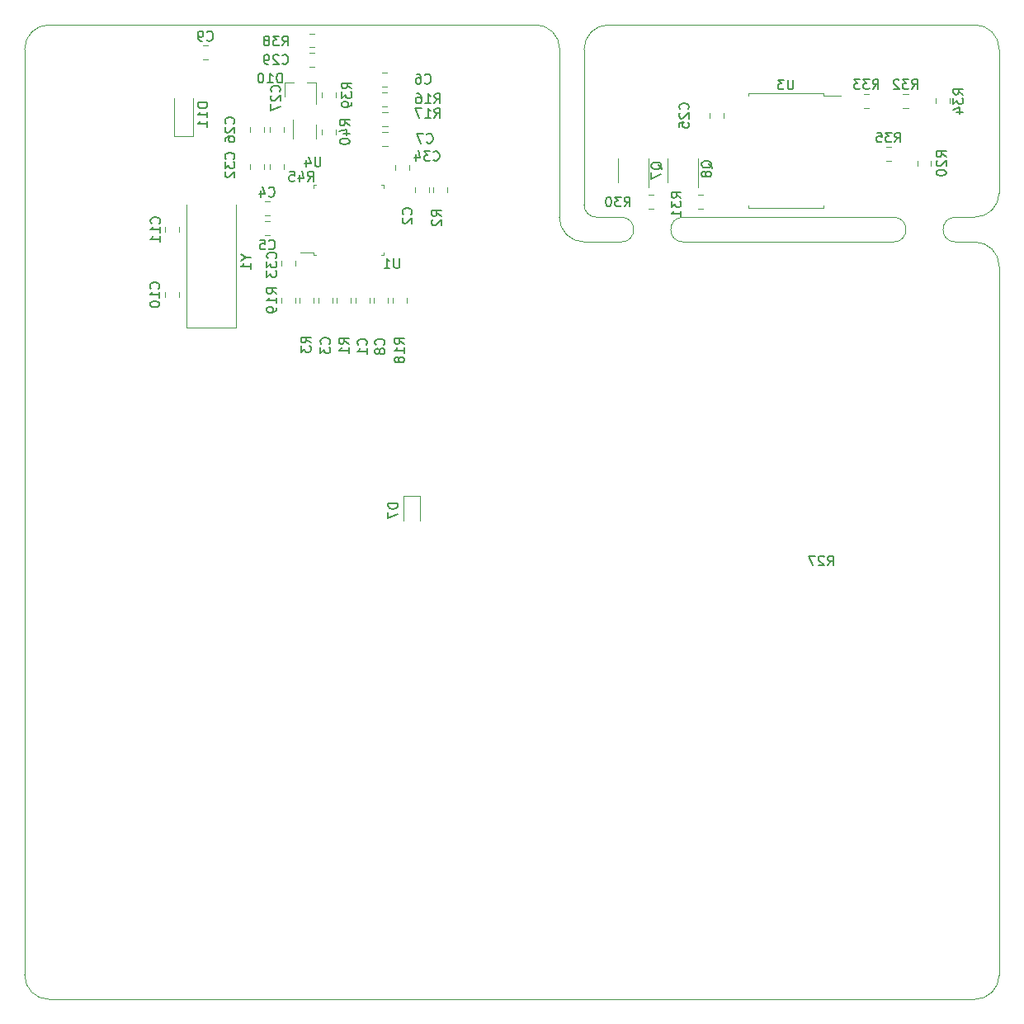
<source format=gbr>
G04 #@! TF.GenerationSoftware,KiCad,Pcbnew,(5.1.5)-3*
G04 #@! TF.CreationDate,2021-01-10T10:04:47+00:00*
G04 #@! TF.ProjectId,Ebike_Controller,4562696b-655f-4436-9f6e-74726f6c6c65,rev?*
G04 #@! TF.SameCoordinates,Original*
G04 #@! TF.FileFunction,Legend,Bot*
G04 #@! TF.FilePolarity,Positive*
%FSLAX46Y46*%
G04 Gerber Fmt 4.6, Leading zero omitted, Abs format (unit mm)*
G04 Created by KiCad (PCBNEW (5.1.5)-3) date 2021-01-10 10:04:47*
%MOMM*%
%LPD*%
G04 APERTURE LIST*
%ADD10C,0.050000*%
%ADD11C,0.120000*%
%ADD12C,0.150000*%
G04 APERTURE END LIST*
D10*
X102910000Y-61500000D02*
X102870000Y-78740000D01*
X100410000Y-59000000D02*
G75*
G02X102910000Y-61500000I0J-2500000D01*
G01*
X105410000Y-61500000D02*
G75*
G02X107910000Y-59000000I2500000J0D01*
G01*
X145500000Y-59000000D02*
G75*
G02X148000000Y-61500000I0J-2500000D01*
G01*
X148000000Y-76240000D02*
G75*
G02X145500000Y-78740000I-2500000J0D01*
G01*
X145500000Y-81280000D02*
G75*
G02X148000000Y-83780000I0J-2500000D01*
G01*
X148000000Y-156500000D02*
G75*
G02X145500000Y-159000000I-2500000J0D01*
G01*
X50500000Y-159000000D02*
G75*
G02X48000000Y-156500000I0J2500000D01*
G01*
X48000000Y-61500000D02*
G75*
G02X50500000Y-59000000I2500000J0D01*
G01*
X143510000Y-81280000D02*
X145500000Y-81280000D01*
X143510000Y-78740000D02*
X145500000Y-78740000D01*
X143510000Y-81280000D02*
G75*
G02X143510000Y-78740000I0J1270000D01*
G01*
X137160000Y-78740000D02*
G75*
G02X137160000Y-81280000I0J-1270000D01*
G01*
X109220000Y-78740000D02*
G75*
G02X109220000Y-81280000I0J-1270000D01*
G01*
X105410000Y-81280000D02*
X109220000Y-81280000D01*
X106680000Y-78740000D02*
X109220000Y-78740000D01*
X106680000Y-78740000D02*
G75*
G02X105410000Y-77470000I0J1270000D01*
G01*
X105410000Y-81280000D02*
G75*
G02X102870000Y-78740000I0J2540000D01*
G01*
X105410000Y-61500000D02*
X105410000Y-77470000D01*
X107910000Y-59000000D02*
X145500000Y-59000000D01*
X115570000Y-81280000D02*
X137160000Y-81280000D01*
X115570000Y-81280000D02*
G75*
G02X115570000Y-78740000I0J1270000D01*
G01*
X137160000Y-78740000D02*
X115570000Y-78740000D01*
X148000000Y-83780000D02*
X148000000Y-156500000D01*
X148000000Y-61500000D02*
X148000000Y-76240000D01*
X48000000Y-156500000D02*
X48000000Y-61500000D01*
X145500000Y-159000000D02*
X50500000Y-159000000D01*
X50500000Y-59000000D02*
X100410000Y-59000000D01*
D11*
X65300000Y-70450000D02*
X65300000Y-66550000D01*
X63300000Y-70450000D02*
X63300000Y-66550000D01*
X65300000Y-70450000D02*
X63300000Y-70450000D01*
X89962000Y-76212252D02*
X89962000Y-75689748D01*
X91382000Y-76212252D02*
X91382000Y-75689748D01*
X71166000Y-73799252D02*
X71166000Y-73276748D01*
X72586000Y-73799252D02*
X72586000Y-73276748D01*
X86025000Y-73917252D02*
X86025000Y-73394748D01*
X87445000Y-73917252D02*
X87445000Y-73394748D01*
X74341000Y-83182748D02*
X74341000Y-83705252D01*
X75761000Y-83182748D02*
X75761000Y-83705252D01*
X73153252Y-80589000D02*
X72630748Y-80589000D01*
X73153252Y-79169000D02*
X72630748Y-79169000D01*
X85286000Y-86992748D02*
X85286000Y-87515252D01*
X83866000Y-86992748D02*
X83866000Y-87515252D01*
X84704748Y-70025000D02*
X85227252Y-70025000D01*
X84704748Y-71445000D02*
X85227252Y-71445000D01*
X84695748Y-63929000D02*
X85218252Y-63929000D01*
X84695748Y-65349000D02*
X85218252Y-65349000D01*
X83381000Y-86992748D02*
X83381000Y-87515252D01*
X81961000Y-86992748D02*
X81961000Y-87515252D01*
X74618000Y-73276748D02*
X74618000Y-73799252D01*
X73198000Y-73276748D02*
X73198000Y-73799252D01*
X64627000Y-90058800D02*
X64627000Y-77458800D01*
X69727000Y-90058800D02*
X64627000Y-90058800D01*
X69727000Y-77458800D02*
X69727000Y-90058800D01*
X77862000Y-69273000D02*
X77862000Y-70673000D01*
X75542000Y-70673000D02*
X75542000Y-68773000D01*
X129960000Y-66260000D02*
X131775000Y-66260000D01*
X129960000Y-66015000D02*
X129960000Y-66260000D01*
X126100000Y-66015000D02*
X129960000Y-66015000D01*
X122240000Y-66015000D02*
X122240000Y-66260000D01*
X126100000Y-66015000D02*
X122240000Y-66015000D01*
X129960000Y-77785000D02*
X129960000Y-77540000D01*
X126100000Y-77785000D02*
X129960000Y-77785000D01*
X122240000Y-77785000D02*
X122240000Y-77540000D01*
X126100000Y-77785000D02*
X122240000Y-77785000D01*
X77627800Y-82347600D02*
X76312800Y-82347600D01*
X77627800Y-82647600D02*
X77627800Y-82347600D01*
X77927800Y-82647600D02*
X77627800Y-82647600D01*
X84847800Y-82647600D02*
X84847800Y-82347600D01*
X84547800Y-82647600D02*
X84847800Y-82647600D01*
X77627800Y-75427600D02*
X77627800Y-75727600D01*
X77927800Y-75427600D02*
X77627800Y-75427600D01*
X84847800Y-75427600D02*
X84847800Y-75727600D01*
X84547800Y-75427600D02*
X84847800Y-75427600D01*
X78532000Y-70243252D02*
X78532000Y-69720748D01*
X79952000Y-70243252D02*
X79952000Y-69720748D01*
X79952000Y-65901748D02*
X79952000Y-66424252D01*
X78532000Y-65901748D02*
X78532000Y-66424252D01*
X77725252Y-61310000D02*
X77202748Y-61310000D01*
X77725252Y-59890000D02*
X77202748Y-59890000D01*
X136911252Y-72960000D02*
X136388748Y-72960000D01*
X136911252Y-71540000D02*
X136388748Y-71540000D01*
X141490000Y-67061252D02*
X141490000Y-66538748D01*
X142910000Y-67061252D02*
X142910000Y-66538748D01*
X134636252Y-67510000D02*
X134113748Y-67510000D01*
X134636252Y-66090000D02*
X134113748Y-66090000D01*
X138661252Y-67510000D02*
X138138748Y-67510000D01*
X138661252Y-66090000D02*
X138138748Y-66090000D01*
X117088748Y-76440000D02*
X117611252Y-76440000D01*
X117088748Y-77860000D02*
X117611252Y-77860000D01*
X112038748Y-76440000D02*
X112561252Y-76440000D01*
X112038748Y-77860000D02*
X112561252Y-77860000D01*
X141010000Y-72938748D02*
X141010000Y-73461252D01*
X139590000Y-72938748D02*
X139590000Y-73461252D01*
X75761000Y-86992748D02*
X75761000Y-87515252D01*
X74341000Y-86992748D02*
X74341000Y-87515252D01*
X85771000Y-87515252D02*
X85771000Y-86992748D01*
X87191000Y-87515252D02*
X87191000Y-86992748D01*
X85227252Y-69413000D02*
X84704748Y-69413000D01*
X85227252Y-67993000D02*
X84704748Y-67993000D01*
X85209252Y-67381000D02*
X84686748Y-67381000D01*
X85209252Y-65961000D02*
X84686748Y-65961000D01*
X77666000Y-86992748D02*
X77666000Y-87515252D01*
X76246000Y-86992748D02*
X76246000Y-87515252D01*
X81476000Y-86992748D02*
X81476000Y-87515252D01*
X80056000Y-86992748D02*
X80056000Y-87515252D01*
X117080000Y-72750000D02*
X117080000Y-75700000D01*
X113980000Y-75150000D02*
X113980000Y-72750000D01*
X112030000Y-72750000D02*
X112030000Y-75700000D01*
X108930000Y-75150000D02*
X108930000Y-72750000D01*
X74720000Y-64940000D02*
X74720000Y-66400000D01*
X77880000Y-64940000D02*
X77880000Y-67100000D01*
X77880000Y-64940000D02*
X76950000Y-64940000D01*
X74720000Y-64940000D02*
X75650000Y-64940000D01*
X86837500Y-107335000D02*
X86837500Y-109885000D01*
X88537500Y-107335000D02*
X88537500Y-109885000D01*
X86837500Y-107335000D02*
X88537500Y-107335000D01*
X77211748Y-61890000D02*
X77734252Y-61890000D01*
X77211748Y-63310000D02*
X77734252Y-63310000D01*
X73198000Y-70026078D02*
X73198000Y-69508922D01*
X74618000Y-70026078D02*
X74618000Y-69508922D01*
X71166000Y-70026078D02*
X71166000Y-69508922D01*
X72586000Y-70026078D02*
X72586000Y-69508922D01*
X118290000Y-68561252D02*
X118290000Y-68038748D01*
X119710000Y-68561252D02*
X119710000Y-68038748D01*
X63823000Y-79749722D02*
X63823000Y-80266878D01*
X62403000Y-79749722D02*
X62403000Y-80266878D01*
X62403000Y-86947078D02*
X62403000Y-86429922D01*
X63823000Y-86947078D02*
X63823000Y-86429922D01*
X66800578Y-62555000D02*
X66283422Y-62555000D01*
X66800578Y-61135000D02*
X66283422Y-61135000D01*
X73144252Y-78557000D02*
X72621748Y-78557000D01*
X73144252Y-77137000D02*
X72621748Y-77137000D01*
X79571000Y-86992748D02*
X79571000Y-87515252D01*
X78151000Y-86992748D02*
X78151000Y-87515252D01*
X88057000Y-76212252D02*
X88057000Y-75689748D01*
X89477000Y-76212252D02*
X89477000Y-75689748D01*
D12*
X66752380Y-66985714D02*
X65752380Y-66985714D01*
X65752380Y-67223809D01*
X65800000Y-67366666D01*
X65895238Y-67461904D01*
X65990476Y-67509523D01*
X66180952Y-67557142D01*
X66323809Y-67557142D01*
X66514285Y-67509523D01*
X66609523Y-67461904D01*
X66704761Y-67366666D01*
X66752380Y-67223809D01*
X66752380Y-66985714D01*
X66752380Y-68509523D02*
X66752380Y-67938095D01*
X66752380Y-68223809D02*
X65752380Y-68223809D01*
X65895238Y-68128571D01*
X65990476Y-68033333D01*
X66038095Y-67938095D01*
X66752380Y-69461904D02*
X66752380Y-68890476D01*
X66752380Y-69176190D02*
X65752380Y-69176190D01*
X65895238Y-69080952D01*
X65990476Y-68985714D01*
X66038095Y-68890476D01*
X90752380Y-78633333D02*
X90276190Y-78300000D01*
X90752380Y-78061904D02*
X89752380Y-78061904D01*
X89752380Y-78442857D01*
X89800000Y-78538095D01*
X89847619Y-78585714D01*
X89942857Y-78633333D01*
X90085714Y-78633333D01*
X90180952Y-78585714D01*
X90228571Y-78538095D01*
X90276190Y-78442857D01*
X90276190Y-78061904D01*
X89847619Y-79014285D02*
X89800000Y-79061904D01*
X89752380Y-79157142D01*
X89752380Y-79395238D01*
X89800000Y-79490476D01*
X89847619Y-79538095D01*
X89942857Y-79585714D01*
X90038095Y-79585714D01*
X90180952Y-79538095D01*
X90752380Y-78966666D01*
X90752380Y-79585714D01*
X69457142Y-72757142D02*
X69504761Y-72709523D01*
X69552380Y-72566666D01*
X69552380Y-72471428D01*
X69504761Y-72328571D01*
X69409523Y-72233333D01*
X69314285Y-72185714D01*
X69123809Y-72138095D01*
X68980952Y-72138095D01*
X68790476Y-72185714D01*
X68695238Y-72233333D01*
X68600000Y-72328571D01*
X68552380Y-72471428D01*
X68552380Y-72566666D01*
X68600000Y-72709523D01*
X68647619Y-72757142D01*
X68552380Y-73090476D02*
X68552380Y-73709523D01*
X68933333Y-73376190D01*
X68933333Y-73519047D01*
X68980952Y-73614285D01*
X69028571Y-73661904D01*
X69123809Y-73709523D01*
X69361904Y-73709523D01*
X69457142Y-73661904D01*
X69504761Y-73614285D01*
X69552380Y-73519047D01*
X69552380Y-73233333D01*
X69504761Y-73138095D01*
X69457142Y-73090476D01*
X68647619Y-74090476D02*
X68600000Y-74138095D01*
X68552380Y-74233333D01*
X68552380Y-74471428D01*
X68600000Y-74566666D01*
X68647619Y-74614285D01*
X68742857Y-74661904D01*
X68838095Y-74661904D01*
X68980952Y-74614285D01*
X69552380Y-74042857D01*
X69552380Y-74661904D01*
X130404357Y-114494380D02*
X130737690Y-114018190D01*
X130975785Y-114494380D02*
X130975785Y-113494380D01*
X130594833Y-113494380D01*
X130499595Y-113542000D01*
X130451976Y-113589619D01*
X130404357Y-113684857D01*
X130404357Y-113827714D01*
X130451976Y-113922952D01*
X130499595Y-113970571D01*
X130594833Y-114018190D01*
X130975785Y-114018190D01*
X130023404Y-113589619D02*
X129975785Y-113542000D01*
X129880547Y-113494380D01*
X129642452Y-113494380D01*
X129547214Y-113542000D01*
X129499595Y-113589619D01*
X129451976Y-113684857D01*
X129451976Y-113780095D01*
X129499595Y-113922952D01*
X130071023Y-114494380D01*
X129451976Y-114494380D01*
X129118642Y-113494380D02*
X128451976Y-113494380D01*
X128880547Y-114494380D01*
X89942857Y-72857142D02*
X89990476Y-72904761D01*
X90133333Y-72952380D01*
X90228571Y-72952380D01*
X90371428Y-72904761D01*
X90466666Y-72809523D01*
X90514285Y-72714285D01*
X90561904Y-72523809D01*
X90561904Y-72380952D01*
X90514285Y-72190476D01*
X90466666Y-72095238D01*
X90371428Y-72000000D01*
X90228571Y-71952380D01*
X90133333Y-71952380D01*
X89990476Y-72000000D01*
X89942857Y-72047619D01*
X89609523Y-71952380D02*
X88990476Y-71952380D01*
X89323809Y-72333333D01*
X89180952Y-72333333D01*
X89085714Y-72380952D01*
X89038095Y-72428571D01*
X88990476Y-72523809D01*
X88990476Y-72761904D01*
X89038095Y-72857142D01*
X89085714Y-72904761D01*
X89180952Y-72952380D01*
X89466666Y-72952380D01*
X89561904Y-72904761D01*
X89609523Y-72857142D01*
X88133333Y-72285714D02*
X88133333Y-72952380D01*
X88371428Y-71904761D02*
X88609523Y-72619047D01*
X87990476Y-72619047D01*
X73757142Y-82957142D02*
X73804761Y-82909523D01*
X73852380Y-82766666D01*
X73852380Y-82671428D01*
X73804761Y-82528571D01*
X73709523Y-82433333D01*
X73614285Y-82385714D01*
X73423809Y-82338095D01*
X73280952Y-82338095D01*
X73090476Y-82385714D01*
X72995238Y-82433333D01*
X72900000Y-82528571D01*
X72852380Y-82671428D01*
X72852380Y-82766666D01*
X72900000Y-82909523D01*
X72947619Y-82957142D01*
X72852380Y-83290476D02*
X72852380Y-83909523D01*
X73233333Y-83576190D01*
X73233333Y-83719047D01*
X73280952Y-83814285D01*
X73328571Y-83861904D01*
X73423809Y-83909523D01*
X73661904Y-83909523D01*
X73757142Y-83861904D01*
X73804761Y-83814285D01*
X73852380Y-83719047D01*
X73852380Y-83433333D01*
X73804761Y-83338095D01*
X73757142Y-83290476D01*
X72852380Y-84242857D02*
X72852380Y-84861904D01*
X73233333Y-84528571D01*
X73233333Y-84671428D01*
X73280952Y-84766666D01*
X73328571Y-84814285D01*
X73423809Y-84861904D01*
X73661904Y-84861904D01*
X73757142Y-84814285D01*
X73804761Y-84766666D01*
X73852380Y-84671428D01*
X73852380Y-84385714D01*
X73804761Y-84290476D01*
X73757142Y-84242857D01*
X73066666Y-81957142D02*
X73114285Y-82004761D01*
X73257142Y-82052380D01*
X73352380Y-82052380D01*
X73495238Y-82004761D01*
X73590476Y-81909523D01*
X73638095Y-81814285D01*
X73685714Y-81623809D01*
X73685714Y-81480952D01*
X73638095Y-81290476D01*
X73590476Y-81195238D01*
X73495238Y-81100000D01*
X73352380Y-81052380D01*
X73257142Y-81052380D01*
X73114285Y-81100000D01*
X73066666Y-81147619D01*
X72161904Y-81052380D02*
X72638095Y-81052380D01*
X72685714Y-81528571D01*
X72638095Y-81480952D01*
X72542857Y-81433333D01*
X72304761Y-81433333D01*
X72209523Y-81480952D01*
X72161904Y-81528571D01*
X72114285Y-81623809D01*
X72114285Y-81861904D01*
X72161904Y-81957142D01*
X72209523Y-82004761D01*
X72304761Y-82052380D01*
X72542857Y-82052380D01*
X72638095Y-82004761D01*
X72685714Y-81957142D01*
X84857142Y-91833333D02*
X84904761Y-91785714D01*
X84952380Y-91642857D01*
X84952380Y-91547619D01*
X84904761Y-91404761D01*
X84809523Y-91309523D01*
X84714285Y-91261904D01*
X84523809Y-91214285D01*
X84380952Y-91214285D01*
X84190476Y-91261904D01*
X84095238Y-91309523D01*
X84000000Y-91404761D01*
X83952380Y-91547619D01*
X83952380Y-91642857D01*
X84000000Y-91785714D01*
X84047619Y-91833333D01*
X84380952Y-92404761D02*
X84333333Y-92309523D01*
X84285714Y-92261904D01*
X84190476Y-92214285D01*
X84142857Y-92214285D01*
X84047619Y-92261904D01*
X84000000Y-92309523D01*
X83952380Y-92404761D01*
X83952380Y-92595238D01*
X84000000Y-92690476D01*
X84047619Y-92738095D01*
X84142857Y-92785714D01*
X84190476Y-92785714D01*
X84285714Y-92738095D01*
X84333333Y-92690476D01*
X84380952Y-92595238D01*
X84380952Y-92404761D01*
X84428571Y-92309523D01*
X84476190Y-92261904D01*
X84571428Y-92214285D01*
X84761904Y-92214285D01*
X84857142Y-92261904D01*
X84904761Y-92309523D01*
X84952380Y-92404761D01*
X84952380Y-92595238D01*
X84904761Y-92690476D01*
X84857142Y-92738095D01*
X84761904Y-92785714D01*
X84571428Y-92785714D01*
X84476190Y-92738095D01*
X84428571Y-92690476D01*
X84380952Y-92595238D01*
X89266666Y-71057142D02*
X89314285Y-71104761D01*
X89457142Y-71152380D01*
X89552380Y-71152380D01*
X89695238Y-71104761D01*
X89790476Y-71009523D01*
X89838095Y-70914285D01*
X89885714Y-70723809D01*
X89885714Y-70580952D01*
X89838095Y-70390476D01*
X89790476Y-70295238D01*
X89695238Y-70200000D01*
X89552380Y-70152380D01*
X89457142Y-70152380D01*
X89314285Y-70200000D01*
X89266666Y-70247619D01*
X88933333Y-70152380D02*
X88266666Y-70152380D01*
X88695238Y-71152380D01*
X89066666Y-64957142D02*
X89114285Y-65004761D01*
X89257142Y-65052380D01*
X89352380Y-65052380D01*
X89495238Y-65004761D01*
X89590476Y-64909523D01*
X89638095Y-64814285D01*
X89685714Y-64623809D01*
X89685714Y-64480952D01*
X89638095Y-64290476D01*
X89590476Y-64195238D01*
X89495238Y-64100000D01*
X89352380Y-64052380D01*
X89257142Y-64052380D01*
X89114285Y-64100000D01*
X89066666Y-64147619D01*
X88209523Y-64052380D02*
X88400000Y-64052380D01*
X88495238Y-64100000D01*
X88542857Y-64147619D01*
X88638095Y-64290476D01*
X88685714Y-64480952D01*
X88685714Y-64861904D01*
X88638095Y-64957142D01*
X88590476Y-65004761D01*
X88495238Y-65052380D01*
X88304761Y-65052380D01*
X88209523Y-65004761D01*
X88161904Y-64957142D01*
X88114285Y-64861904D01*
X88114285Y-64623809D01*
X88161904Y-64528571D01*
X88209523Y-64480952D01*
X88304761Y-64433333D01*
X88495238Y-64433333D01*
X88590476Y-64480952D01*
X88638095Y-64528571D01*
X88685714Y-64623809D01*
X83057142Y-91833333D02*
X83104761Y-91785714D01*
X83152380Y-91642857D01*
X83152380Y-91547619D01*
X83104761Y-91404761D01*
X83009523Y-91309523D01*
X82914285Y-91261904D01*
X82723809Y-91214285D01*
X82580952Y-91214285D01*
X82390476Y-91261904D01*
X82295238Y-91309523D01*
X82200000Y-91404761D01*
X82152380Y-91547619D01*
X82152380Y-91642857D01*
X82200000Y-91785714D01*
X82247619Y-91833333D01*
X83152380Y-92785714D02*
X83152380Y-92214285D01*
X83152380Y-92500000D02*
X82152380Y-92500000D01*
X82295238Y-92404761D01*
X82390476Y-92309523D01*
X82438095Y-92214285D01*
X77042857Y-75052380D02*
X77376190Y-74576190D01*
X77614285Y-75052380D02*
X77614285Y-74052380D01*
X77233333Y-74052380D01*
X77138095Y-74100000D01*
X77090476Y-74147619D01*
X77042857Y-74242857D01*
X77042857Y-74385714D01*
X77090476Y-74480952D01*
X77138095Y-74528571D01*
X77233333Y-74576190D01*
X77614285Y-74576190D01*
X76185714Y-74385714D02*
X76185714Y-75052380D01*
X76423809Y-74004761D02*
X76661904Y-74719047D01*
X76042857Y-74719047D01*
X75185714Y-74052380D02*
X75661904Y-74052380D01*
X75709523Y-74528571D01*
X75661904Y-74480952D01*
X75566666Y-74433333D01*
X75328571Y-74433333D01*
X75233333Y-74480952D01*
X75185714Y-74528571D01*
X75138095Y-74623809D01*
X75138095Y-74861904D01*
X75185714Y-74957142D01*
X75233333Y-75004761D01*
X75328571Y-75052380D01*
X75566666Y-75052380D01*
X75661904Y-75004761D01*
X75709523Y-74957142D01*
X70703190Y-82882609D02*
X71179380Y-82882609D01*
X70179380Y-82549276D02*
X70703190Y-82882609D01*
X70179380Y-83215942D01*
X71179380Y-84073085D02*
X71179380Y-83501657D01*
X71179380Y-83787371D02*
X70179380Y-83787371D01*
X70322238Y-83692133D01*
X70417476Y-83596895D01*
X70465095Y-83501657D01*
X78361904Y-72552380D02*
X78361904Y-73361904D01*
X78314285Y-73457142D01*
X78266666Y-73504761D01*
X78171428Y-73552380D01*
X77980952Y-73552380D01*
X77885714Y-73504761D01*
X77838095Y-73457142D01*
X77790476Y-73361904D01*
X77790476Y-72552380D01*
X76885714Y-72885714D02*
X76885714Y-73552380D01*
X77123809Y-72504761D02*
X77361904Y-73219047D01*
X76742857Y-73219047D01*
X126861904Y-64632380D02*
X126861904Y-65441904D01*
X126814285Y-65537142D01*
X126766666Y-65584761D01*
X126671428Y-65632380D01*
X126480952Y-65632380D01*
X126385714Y-65584761D01*
X126338095Y-65537142D01*
X126290476Y-65441904D01*
X126290476Y-64632380D01*
X125909523Y-64632380D02*
X125290476Y-64632380D01*
X125623809Y-65013333D01*
X125480952Y-65013333D01*
X125385714Y-65060952D01*
X125338095Y-65108571D01*
X125290476Y-65203809D01*
X125290476Y-65441904D01*
X125338095Y-65537142D01*
X125385714Y-65584761D01*
X125480952Y-65632380D01*
X125766666Y-65632380D01*
X125861904Y-65584761D01*
X125909523Y-65537142D01*
X86461904Y-82952380D02*
X86461904Y-83761904D01*
X86414285Y-83857142D01*
X86366666Y-83904761D01*
X86271428Y-83952380D01*
X86080952Y-83952380D01*
X85985714Y-83904761D01*
X85938095Y-83857142D01*
X85890476Y-83761904D01*
X85890476Y-82952380D01*
X84890476Y-83952380D02*
X85461904Y-83952380D01*
X85176190Y-83952380D02*
X85176190Y-82952380D01*
X85271428Y-83095238D01*
X85366666Y-83190476D01*
X85461904Y-83238095D01*
X81344380Y-69339142D02*
X80868190Y-69005809D01*
X81344380Y-68767714D02*
X80344380Y-68767714D01*
X80344380Y-69148666D01*
X80392000Y-69243904D01*
X80439619Y-69291523D01*
X80534857Y-69339142D01*
X80677714Y-69339142D01*
X80772952Y-69291523D01*
X80820571Y-69243904D01*
X80868190Y-69148666D01*
X80868190Y-68767714D01*
X80677714Y-70196285D02*
X81344380Y-70196285D01*
X80296761Y-69958190D02*
X81011047Y-69720095D01*
X81011047Y-70339142D01*
X80344380Y-70910571D02*
X80344380Y-71005809D01*
X80392000Y-71101047D01*
X80439619Y-71148666D01*
X80534857Y-71196285D01*
X80725333Y-71243904D01*
X80963428Y-71243904D01*
X81153904Y-71196285D01*
X81249142Y-71148666D01*
X81296761Y-71101047D01*
X81344380Y-71005809D01*
X81344380Y-70910571D01*
X81296761Y-70815333D01*
X81249142Y-70767714D01*
X81153904Y-70720095D01*
X80963428Y-70672476D01*
X80725333Y-70672476D01*
X80534857Y-70720095D01*
X80439619Y-70767714D01*
X80392000Y-70815333D01*
X80344380Y-70910571D01*
X81552380Y-65557142D02*
X81076190Y-65223809D01*
X81552380Y-64985714D02*
X80552380Y-64985714D01*
X80552380Y-65366666D01*
X80600000Y-65461904D01*
X80647619Y-65509523D01*
X80742857Y-65557142D01*
X80885714Y-65557142D01*
X80980952Y-65509523D01*
X81028571Y-65461904D01*
X81076190Y-65366666D01*
X81076190Y-64985714D01*
X80552380Y-65890476D02*
X80552380Y-66509523D01*
X80933333Y-66176190D01*
X80933333Y-66319047D01*
X80980952Y-66414285D01*
X81028571Y-66461904D01*
X81123809Y-66509523D01*
X81361904Y-66509523D01*
X81457142Y-66461904D01*
X81504761Y-66414285D01*
X81552380Y-66319047D01*
X81552380Y-66033333D01*
X81504761Y-65938095D01*
X81457142Y-65890476D01*
X81552380Y-66985714D02*
X81552380Y-67176190D01*
X81504761Y-67271428D01*
X81457142Y-67319047D01*
X81314285Y-67414285D01*
X81123809Y-67461904D01*
X80742857Y-67461904D01*
X80647619Y-67414285D01*
X80600000Y-67366666D01*
X80552380Y-67271428D01*
X80552380Y-67080952D01*
X80600000Y-66985714D01*
X80647619Y-66938095D01*
X80742857Y-66890476D01*
X80980952Y-66890476D01*
X81076190Y-66938095D01*
X81123809Y-66985714D01*
X81171428Y-67080952D01*
X81171428Y-67271428D01*
X81123809Y-67366666D01*
X81076190Y-67414285D01*
X80980952Y-67461904D01*
X74442857Y-61152380D02*
X74776190Y-60676190D01*
X75014285Y-61152380D02*
X75014285Y-60152380D01*
X74633333Y-60152380D01*
X74538095Y-60200000D01*
X74490476Y-60247619D01*
X74442857Y-60342857D01*
X74442857Y-60485714D01*
X74490476Y-60580952D01*
X74538095Y-60628571D01*
X74633333Y-60676190D01*
X75014285Y-60676190D01*
X74109523Y-60152380D02*
X73490476Y-60152380D01*
X73823809Y-60533333D01*
X73680952Y-60533333D01*
X73585714Y-60580952D01*
X73538095Y-60628571D01*
X73490476Y-60723809D01*
X73490476Y-60961904D01*
X73538095Y-61057142D01*
X73585714Y-61104761D01*
X73680952Y-61152380D01*
X73966666Y-61152380D01*
X74061904Y-61104761D01*
X74109523Y-61057142D01*
X72919047Y-60580952D02*
X73014285Y-60533333D01*
X73061904Y-60485714D01*
X73109523Y-60390476D01*
X73109523Y-60342857D01*
X73061904Y-60247619D01*
X73014285Y-60200000D01*
X72919047Y-60152380D01*
X72728571Y-60152380D01*
X72633333Y-60200000D01*
X72585714Y-60247619D01*
X72538095Y-60342857D01*
X72538095Y-60390476D01*
X72585714Y-60485714D01*
X72633333Y-60533333D01*
X72728571Y-60580952D01*
X72919047Y-60580952D01*
X73014285Y-60628571D01*
X73061904Y-60676190D01*
X73109523Y-60771428D01*
X73109523Y-60961904D01*
X73061904Y-61057142D01*
X73014285Y-61104761D01*
X72919047Y-61152380D01*
X72728571Y-61152380D01*
X72633333Y-61104761D01*
X72585714Y-61057142D01*
X72538095Y-60961904D01*
X72538095Y-60771428D01*
X72585714Y-60676190D01*
X72633333Y-60628571D01*
X72728571Y-60580952D01*
X137292857Y-71052380D02*
X137626190Y-70576190D01*
X137864285Y-71052380D02*
X137864285Y-70052380D01*
X137483333Y-70052380D01*
X137388095Y-70100000D01*
X137340476Y-70147619D01*
X137292857Y-70242857D01*
X137292857Y-70385714D01*
X137340476Y-70480952D01*
X137388095Y-70528571D01*
X137483333Y-70576190D01*
X137864285Y-70576190D01*
X136959523Y-70052380D02*
X136340476Y-70052380D01*
X136673809Y-70433333D01*
X136530952Y-70433333D01*
X136435714Y-70480952D01*
X136388095Y-70528571D01*
X136340476Y-70623809D01*
X136340476Y-70861904D01*
X136388095Y-70957142D01*
X136435714Y-71004761D01*
X136530952Y-71052380D01*
X136816666Y-71052380D01*
X136911904Y-71004761D01*
X136959523Y-70957142D01*
X135435714Y-70052380D02*
X135911904Y-70052380D01*
X135959523Y-70528571D01*
X135911904Y-70480952D01*
X135816666Y-70433333D01*
X135578571Y-70433333D01*
X135483333Y-70480952D01*
X135435714Y-70528571D01*
X135388095Y-70623809D01*
X135388095Y-70861904D01*
X135435714Y-70957142D01*
X135483333Y-71004761D01*
X135578571Y-71052380D01*
X135816666Y-71052380D01*
X135911904Y-71004761D01*
X135959523Y-70957142D01*
X144302380Y-66157142D02*
X143826190Y-65823809D01*
X144302380Y-65585714D02*
X143302380Y-65585714D01*
X143302380Y-65966666D01*
X143350000Y-66061904D01*
X143397619Y-66109523D01*
X143492857Y-66157142D01*
X143635714Y-66157142D01*
X143730952Y-66109523D01*
X143778571Y-66061904D01*
X143826190Y-65966666D01*
X143826190Y-65585714D01*
X143302380Y-66490476D02*
X143302380Y-67109523D01*
X143683333Y-66776190D01*
X143683333Y-66919047D01*
X143730952Y-67014285D01*
X143778571Y-67061904D01*
X143873809Y-67109523D01*
X144111904Y-67109523D01*
X144207142Y-67061904D01*
X144254761Y-67014285D01*
X144302380Y-66919047D01*
X144302380Y-66633333D01*
X144254761Y-66538095D01*
X144207142Y-66490476D01*
X143635714Y-67966666D02*
X144302380Y-67966666D01*
X143254761Y-67728571D02*
X143969047Y-67490476D01*
X143969047Y-68109523D01*
X135017857Y-65602380D02*
X135351190Y-65126190D01*
X135589285Y-65602380D02*
X135589285Y-64602380D01*
X135208333Y-64602380D01*
X135113095Y-64650000D01*
X135065476Y-64697619D01*
X135017857Y-64792857D01*
X135017857Y-64935714D01*
X135065476Y-65030952D01*
X135113095Y-65078571D01*
X135208333Y-65126190D01*
X135589285Y-65126190D01*
X134684523Y-64602380D02*
X134065476Y-64602380D01*
X134398809Y-64983333D01*
X134255952Y-64983333D01*
X134160714Y-65030952D01*
X134113095Y-65078571D01*
X134065476Y-65173809D01*
X134065476Y-65411904D01*
X134113095Y-65507142D01*
X134160714Y-65554761D01*
X134255952Y-65602380D01*
X134541666Y-65602380D01*
X134636904Y-65554761D01*
X134684523Y-65507142D01*
X133732142Y-64602380D02*
X133113095Y-64602380D01*
X133446428Y-64983333D01*
X133303571Y-64983333D01*
X133208333Y-65030952D01*
X133160714Y-65078571D01*
X133113095Y-65173809D01*
X133113095Y-65411904D01*
X133160714Y-65507142D01*
X133208333Y-65554761D01*
X133303571Y-65602380D01*
X133589285Y-65602380D01*
X133684523Y-65554761D01*
X133732142Y-65507142D01*
X139042857Y-65602380D02*
X139376190Y-65126190D01*
X139614285Y-65602380D02*
X139614285Y-64602380D01*
X139233333Y-64602380D01*
X139138095Y-64650000D01*
X139090476Y-64697619D01*
X139042857Y-64792857D01*
X139042857Y-64935714D01*
X139090476Y-65030952D01*
X139138095Y-65078571D01*
X139233333Y-65126190D01*
X139614285Y-65126190D01*
X138709523Y-64602380D02*
X138090476Y-64602380D01*
X138423809Y-64983333D01*
X138280952Y-64983333D01*
X138185714Y-65030952D01*
X138138095Y-65078571D01*
X138090476Y-65173809D01*
X138090476Y-65411904D01*
X138138095Y-65507142D01*
X138185714Y-65554761D01*
X138280952Y-65602380D01*
X138566666Y-65602380D01*
X138661904Y-65554761D01*
X138709523Y-65507142D01*
X137709523Y-64697619D02*
X137661904Y-64650000D01*
X137566666Y-64602380D01*
X137328571Y-64602380D01*
X137233333Y-64650000D01*
X137185714Y-64697619D01*
X137138095Y-64792857D01*
X137138095Y-64888095D01*
X137185714Y-65030952D01*
X137757142Y-65602380D01*
X137138095Y-65602380D01*
X115352380Y-76757142D02*
X114876190Y-76423809D01*
X115352380Y-76185714D02*
X114352380Y-76185714D01*
X114352380Y-76566666D01*
X114400000Y-76661904D01*
X114447619Y-76709523D01*
X114542857Y-76757142D01*
X114685714Y-76757142D01*
X114780952Y-76709523D01*
X114828571Y-76661904D01*
X114876190Y-76566666D01*
X114876190Y-76185714D01*
X114352380Y-77090476D02*
X114352380Y-77709523D01*
X114733333Y-77376190D01*
X114733333Y-77519047D01*
X114780952Y-77614285D01*
X114828571Y-77661904D01*
X114923809Y-77709523D01*
X115161904Y-77709523D01*
X115257142Y-77661904D01*
X115304761Y-77614285D01*
X115352380Y-77519047D01*
X115352380Y-77233333D01*
X115304761Y-77138095D01*
X115257142Y-77090476D01*
X115352380Y-78661904D02*
X115352380Y-78090476D01*
X115352380Y-78376190D02*
X114352380Y-78376190D01*
X114495238Y-78280952D01*
X114590476Y-78185714D01*
X114638095Y-78090476D01*
X109542857Y-77652380D02*
X109876190Y-77176190D01*
X110114285Y-77652380D02*
X110114285Y-76652380D01*
X109733333Y-76652380D01*
X109638095Y-76700000D01*
X109590476Y-76747619D01*
X109542857Y-76842857D01*
X109542857Y-76985714D01*
X109590476Y-77080952D01*
X109638095Y-77128571D01*
X109733333Y-77176190D01*
X110114285Y-77176190D01*
X109209523Y-76652380D02*
X108590476Y-76652380D01*
X108923809Y-77033333D01*
X108780952Y-77033333D01*
X108685714Y-77080952D01*
X108638095Y-77128571D01*
X108590476Y-77223809D01*
X108590476Y-77461904D01*
X108638095Y-77557142D01*
X108685714Y-77604761D01*
X108780952Y-77652380D01*
X109066666Y-77652380D01*
X109161904Y-77604761D01*
X109209523Y-77557142D01*
X107971428Y-76652380D02*
X107876190Y-76652380D01*
X107780952Y-76700000D01*
X107733333Y-76747619D01*
X107685714Y-76842857D01*
X107638095Y-77033333D01*
X107638095Y-77271428D01*
X107685714Y-77461904D01*
X107733333Y-77557142D01*
X107780952Y-77604761D01*
X107876190Y-77652380D01*
X107971428Y-77652380D01*
X108066666Y-77604761D01*
X108114285Y-77557142D01*
X108161904Y-77461904D01*
X108209523Y-77271428D01*
X108209523Y-77033333D01*
X108161904Y-76842857D01*
X108114285Y-76747619D01*
X108066666Y-76700000D01*
X107971428Y-76652380D01*
X142552380Y-72557142D02*
X142076190Y-72223809D01*
X142552380Y-71985714D02*
X141552380Y-71985714D01*
X141552380Y-72366666D01*
X141600000Y-72461904D01*
X141647619Y-72509523D01*
X141742857Y-72557142D01*
X141885714Y-72557142D01*
X141980952Y-72509523D01*
X142028571Y-72461904D01*
X142076190Y-72366666D01*
X142076190Y-71985714D01*
X141647619Y-72938095D02*
X141600000Y-72985714D01*
X141552380Y-73080952D01*
X141552380Y-73319047D01*
X141600000Y-73414285D01*
X141647619Y-73461904D01*
X141742857Y-73509523D01*
X141838095Y-73509523D01*
X141980952Y-73461904D01*
X142552380Y-72890476D01*
X142552380Y-73509523D01*
X141552380Y-74128571D02*
X141552380Y-74223809D01*
X141600000Y-74319047D01*
X141647619Y-74366666D01*
X141742857Y-74414285D01*
X141933333Y-74461904D01*
X142171428Y-74461904D01*
X142361904Y-74414285D01*
X142457142Y-74366666D01*
X142504761Y-74319047D01*
X142552380Y-74223809D01*
X142552380Y-74128571D01*
X142504761Y-74033333D01*
X142457142Y-73985714D01*
X142361904Y-73938095D01*
X142171428Y-73890476D01*
X141933333Y-73890476D01*
X141742857Y-73938095D01*
X141647619Y-73985714D01*
X141600000Y-74033333D01*
X141552380Y-74128571D01*
X73853380Y-86611142D02*
X73377190Y-86277809D01*
X73853380Y-86039714D02*
X72853380Y-86039714D01*
X72853380Y-86420666D01*
X72901000Y-86515904D01*
X72948619Y-86563523D01*
X73043857Y-86611142D01*
X73186714Y-86611142D01*
X73281952Y-86563523D01*
X73329571Y-86515904D01*
X73377190Y-86420666D01*
X73377190Y-86039714D01*
X73853380Y-87563523D02*
X73853380Y-86992095D01*
X73853380Y-87277809D02*
X72853380Y-87277809D01*
X72996238Y-87182571D01*
X73091476Y-87087333D01*
X73139095Y-86992095D01*
X73853380Y-88039714D02*
X73853380Y-88230190D01*
X73805761Y-88325428D01*
X73758142Y-88373047D01*
X73615285Y-88468285D01*
X73424809Y-88515904D01*
X73043857Y-88515904D01*
X72948619Y-88468285D01*
X72901000Y-88420666D01*
X72853380Y-88325428D01*
X72853380Y-88134952D01*
X72901000Y-88039714D01*
X72948619Y-87992095D01*
X73043857Y-87944476D01*
X73281952Y-87944476D01*
X73377190Y-87992095D01*
X73424809Y-88039714D01*
X73472428Y-88134952D01*
X73472428Y-88325428D01*
X73424809Y-88420666D01*
X73377190Y-88468285D01*
X73281952Y-88515904D01*
X86952380Y-91757142D02*
X86476190Y-91423809D01*
X86952380Y-91185714D02*
X85952380Y-91185714D01*
X85952380Y-91566666D01*
X86000000Y-91661904D01*
X86047619Y-91709523D01*
X86142857Y-91757142D01*
X86285714Y-91757142D01*
X86380952Y-91709523D01*
X86428571Y-91661904D01*
X86476190Y-91566666D01*
X86476190Y-91185714D01*
X86952380Y-92709523D02*
X86952380Y-92138095D01*
X86952380Y-92423809D02*
X85952380Y-92423809D01*
X86095238Y-92328571D01*
X86190476Y-92233333D01*
X86238095Y-92138095D01*
X86380952Y-93280952D02*
X86333333Y-93185714D01*
X86285714Y-93138095D01*
X86190476Y-93090476D01*
X86142857Y-93090476D01*
X86047619Y-93138095D01*
X86000000Y-93185714D01*
X85952380Y-93280952D01*
X85952380Y-93471428D01*
X86000000Y-93566666D01*
X86047619Y-93614285D01*
X86142857Y-93661904D01*
X86190476Y-93661904D01*
X86285714Y-93614285D01*
X86333333Y-93566666D01*
X86380952Y-93471428D01*
X86380952Y-93280952D01*
X86428571Y-93185714D01*
X86476190Y-93138095D01*
X86571428Y-93090476D01*
X86761904Y-93090476D01*
X86857142Y-93138095D01*
X86904761Y-93185714D01*
X86952380Y-93280952D01*
X86952380Y-93471428D01*
X86904761Y-93566666D01*
X86857142Y-93614285D01*
X86761904Y-93661904D01*
X86571428Y-93661904D01*
X86476190Y-93614285D01*
X86428571Y-93566666D01*
X86380952Y-93471428D01*
X90042857Y-68552380D02*
X90376190Y-68076190D01*
X90614285Y-68552380D02*
X90614285Y-67552380D01*
X90233333Y-67552380D01*
X90138095Y-67600000D01*
X90090476Y-67647619D01*
X90042857Y-67742857D01*
X90042857Y-67885714D01*
X90090476Y-67980952D01*
X90138095Y-68028571D01*
X90233333Y-68076190D01*
X90614285Y-68076190D01*
X89090476Y-68552380D02*
X89661904Y-68552380D01*
X89376190Y-68552380D02*
X89376190Y-67552380D01*
X89471428Y-67695238D01*
X89566666Y-67790476D01*
X89661904Y-67838095D01*
X88757142Y-67552380D02*
X88090476Y-67552380D01*
X88519047Y-68552380D01*
X90042857Y-67052380D02*
X90376190Y-66576190D01*
X90614285Y-67052380D02*
X90614285Y-66052380D01*
X90233333Y-66052380D01*
X90138095Y-66100000D01*
X90090476Y-66147619D01*
X90042857Y-66242857D01*
X90042857Y-66385714D01*
X90090476Y-66480952D01*
X90138095Y-66528571D01*
X90233333Y-66576190D01*
X90614285Y-66576190D01*
X89090476Y-67052380D02*
X89661904Y-67052380D01*
X89376190Y-67052380D02*
X89376190Y-66052380D01*
X89471428Y-66195238D01*
X89566666Y-66290476D01*
X89661904Y-66338095D01*
X88233333Y-66052380D02*
X88423809Y-66052380D01*
X88519047Y-66100000D01*
X88566666Y-66147619D01*
X88661904Y-66290476D01*
X88709523Y-66480952D01*
X88709523Y-66861904D01*
X88661904Y-66957142D01*
X88614285Y-67004761D01*
X88519047Y-67052380D01*
X88328571Y-67052380D01*
X88233333Y-67004761D01*
X88185714Y-66957142D01*
X88138095Y-66861904D01*
X88138095Y-66623809D01*
X88185714Y-66528571D01*
X88233333Y-66480952D01*
X88328571Y-66433333D01*
X88519047Y-66433333D01*
X88614285Y-66480952D01*
X88661904Y-66528571D01*
X88709523Y-66623809D01*
X77352380Y-91633333D02*
X76876190Y-91300000D01*
X77352380Y-91061904D02*
X76352380Y-91061904D01*
X76352380Y-91442857D01*
X76400000Y-91538095D01*
X76447619Y-91585714D01*
X76542857Y-91633333D01*
X76685714Y-91633333D01*
X76780952Y-91585714D01*
X76828571Y-91538095D01*
X76876190Y-91442857D01*
X76876190Y-91061904D01*
X76352380Y-91966666D02*
X76352380Y-92585714D01*
X76733333Y-92252380D01*
X76733333Y-92395238D01*
X76780952Y-92490476D01*
X76828571Y-92538095D01*
X76923809Y-92585714D01*
X77161904Y-92585714D01*
X77257142Y-92538095D01*
X77304761Y-92490476D01*
X77352380Y-92395238D01*
X77352380Y-92109523D01*
X77304761Y-92014285D01*
X77257142Y-91966666D01*
X81252380Y-91733333D02*
X80776190Y-91400000D01*
X81252380Y-91161904D02*
X80252380Y-91161904D01*
X80252380Y-91542857D01*
X80300000Y-91638095D01*
X80347619Y-91685714D01*
X80442857Y-91733333D01*
X80585714Y-91733333D01*
X80680952Y-91685714D01*
X80728571Y-91638095D01*
X80776190Y-91542857D01*
X80776190Y-91161904D01*
X81252380Y-92685714D02*
X81252380Y-92114285D01*
X81252380Y-92400000D02*
X80252380Y-92400000D01*
X80395238Y-92304761D01*
X80490476Y-92209523D01*
X80538095Y-92114285D01*
X118547619Y-73704761D02*
X118500000Y-73609523D01*
X118404761Y-73514285D01*
X118261904Y-73371428D01*
X118214285Y-73276190D01*
X118214285Y-73180952D01*
X118452380Y-73228571D02*
X118404761Y-73133333D01*
X118309523Y-73038095D01*
X118119047Y-72990476D01*
X117785714Y-72990476D01*
X117595238Y-73038095D01*
X117500000Y-73133333D01*
X117452380Y-73228571D01*
X117452380Y-73419047D01*
X117500000Y-73514285D01*
X117595238Y-73609523D01*
X117785714Y-73657142D01*
X118119047Y-73657142D01*
X118309523Y-73609523D01*
X118404761Y-73514285D01*
X118452380Y-73419047D01*
X118452380Y-73228571D01*
X117880952Y-74228571D02*
X117833333Y-74133333D01*
X117785714Y-74085714D01*
X117690476Y-74038095D01*
X117642857Y-74038095D01*
X117547619Y-74085714D01*
X117500000Y-74133333D01*
X117452380Y-74228571D01*
X117452380Y-74419047D01*
X117500000Y-74514285D01*
X117547619Y-74561904D01*
X117642857Y-74609523D01*
X117690476Y-74609523D01*
X117785714Y-74561904D01*
X117833333Y-74514285D01*
X117880952Y-74419047D01*
X117880952Y-74228571D01*
X117928571Y-74133333D01*
X117976190Y-74085714D01*
X118071428Y-74038095D01*
X118261904Y-74038095D01*
X118357142Y-74085714D01*
X118404761Y-74133333D01*
X118452380Y-74228571D01*
X118452380Y-74419047D01*
X118404761Y-74514285D01*
X118357142Y-74561904D01*
X118261904Y-74609523D01*
X118071428Y-74609523D01*
X117976190Y-74561904D01*
X117928571Y-74514285D01*
X117880952Y-74419047D01*
X113407619Y-73834761D02*
X113360000Y-73739523D01*
X113264761Y-73644285D01*
X113121904Y-73501428D01*
X113074285Y-73406190D01*
X113074285Y-73310952D01*
X113312380Y-73358571D02*
X113264761Y-73263333D01*
X113169523Y-73168095D01*
X112979047Y-73120476D01*
X112645714Y-73120476D01*
X112455238Y-73168095D01*
X112360000Y-73263333D01*
X112312380Y-73358571D01*
X112312380Y-73549047D01*
X112360000Y-73644285D01*
X112455238Y-73739523D01*
X112645714Y-73787142D01*
X112979047Y-73787142D01*
X113169523Y-73739523D01*
X113264761Y-73644285D01*
X113312380Y-73549047D01*
X113312380Y-73358571D01*
X112312380Y-74120476D02*
X112312380Y-74787142D01*
X113312380Y-74358571D01*
X74414285Y-64952380D02*
X74414285Y-63952380D01*
X74176190Y-63952380D01*
X74033333Y-64000000D01*
X73938095Y-64095238D01*
X73890476Y-64190476D01*
X73842857Y-64380952D01*
X73842857Y-64523809D01*
X73890476Y-64714285D01*
X73938095Y-64809523D01*
X74033333Y-64904761D01*
X74176190Y-64952380D01*
X74414285Y-64952380D01*
X72890476Y-64952380D02*
X73461904Y-64952380D01*
X73176190Y-64952380D02*
X73176190Y-63952380D01*
X73271428Y-64095238D01*
X73366666Y-64190476D01*
X73461904Y-64238095D01*
X72271428Y-63952380D02*
X72176190Y-63952380D01*
X72080952Y-64000000D01*
X72033333Y-64047619D01*
X71985714Y-64142857D01*
X71938095Y-64333333D01*
X71938095Y-64571428D01*
X71985714Y-64761904D01*
X72033333Y-64857142D01*
X72080952Y-64904761D01*
X72176190Y-64952380D01*
X72271428Y-64952380D01*
X72366666Y-64904761D01*
X72414285Y-64857142D01*
X72461904Y-64761904D01*
X72509523Y-64571428D01*
X72509523Y-64333333D01*
X72461904Y-64142857D01*
X72414285Y-64047619D01*
X72366666Y-64000000D01*
X72271428Y-63952380D01*
X86289880Y-108096904D02*
X85289880Y-108096904D01*
X85289880Y-108335000D01*
X85337500Y-108477857D01*
X85432738Y-108573095D01*
X85527976Y-108620714D01*
X85718452Y-108668333D01*
X85861309Y-108668333D01*
X86051785Y-108620714D01*
X86147023Y-108573095D01*
X86242261Y-108477857D01*
X86289880Y-108335000D01*
X86289880Y-108096904D01*
X85289880Y-109001666D02*
X85289880Y-109668333D01*
X86289880Y-109239761D01*
X74442857Y-62957142D02*
X74490476Y-63004761D01*
X74633333Y-63052380D01*
X74728571Y-63052380D01*
X74871428Y-63004761D01*
X74966666Y-62909523D01*
X75014285Y-62814285D01*
X75061904Y-62623809D01*
X75061904Y-62480952D01*
X75014285Y-62290476D01*
X74966666Y-62195238D01*
X74871428Y-62100000D01*
X74728571Y-62052380D01*
X74633333Y-62052380D01*
X74490476Y-62100000D01*
X74442857Y-62147619D01*
X74061904Y-62147619D02*
X74014285Y-62100000D01*
X73919047Y-62052380D01*
X73680952Y-62052380D01*
X73585714Y-62100000D01*
X73538095Y-62147619D01*
X73490476Y-62242857D01*
X73490476Y-62338095D01*
X73538095Y-62480952D01*
X74109523Y-63052380D01*
X73490476Y-63052380D01*
X73014285Y-63052380D02*
X72823809Y-63052380D01*
X72728571Y-63004761D01*
X72680952Y-62957142D01*
X72585714Y-62814285D01*
X72538095Y-62623809D01*
X72538095Y-62242857D01*
X72585714Y-62147619D01*
X72633333Y-62100000D01*
X72728571Y-62052380D01*
X72919047Y-62052380D01*
X73014285Y-62100000D01*
X73061904Y-62147619D01*
X73109523Y-62242857D01*
X73109523Y-62480952D01*
X73061904Y-62576190D01*
X73014285Y-62623809D01*
X72919047Y-62671428D01*
X72728571Y-62671428D01*
X72633333Y-62623809D01*
X72585714Y-62576190D01*
X72538095Y-62480952D01*
X74157142Y-65857142D02*
X74204761Y-65809523D01*
X74252380Y-65666666D01*
X74252380Y-65571428D01*
X74204761Y-65428571D01*
X74109523Y-65333333D01*
X74014285Y-65285714D01*
X73823809Y-65238095D01*
X73680952Y-65238095D01*
X73490476Y-65285714D01*
X73395238Y-65333333D01*
X73300000Y-65428571D01*
X73252380Y-65571428D01*
X73252380Y-65666666D01*
X73300000Y-65809523D01*
X73347619Y-65857142D01*
X73347619Y-66238095D02*
X73300000Y-66285714D01*
X73252380Y-66380952D01*
X73252380Y-66619047D01*
X73300000Y-66714285D01*
X73347619Y-66761904D01*
X73442857Y-66809523D01*
X73538095Y-66809523D01*
X73680952Y-66761904D01*
X74252380Y-66190476D01*
X74252380Y-66809523D01*
X73252380Y-67142857D02*
X73252380Y-67809523D01*
X74252380Y-67380952D01*
X69457142Y-69124642D02*
X69504761Y-69077023D01*
X69552380Y-68934166D01*
X69552380Y-68838928D01*
X69504761Y-68696071D01*
X69409523Y-68600833D01*
X69314285Y-68553214D01*
X69123809Y-68505595D01*
X68980952Y-68505595D01*
X68790476Y-68553214D01*
X68695238Y-68600833D01*
X68600000Y-68696071D01*
X68552380Y-68838928D01*
X68552380Y-68934166D01*
X68600000Y-69077023D01*
X68647619Y-69124642D01*
X68647619Y-69505595D02*
X68600000Y-69553214D01*
X68552380Y-69648452D01*
X68552380Y-69886547D01*
X68600000Y-69981785D01*
X68647619Y-70029404D01*
X68742857Y-70077023D01*
X68838095Y-70077023D01*
X68980952Y-70029404D01*
X69552380Y-69457976D01*
X69552380Y-70077023D01*
X68552380Y-70934166D02*
X68552380Y-70743690D01*
X68600000Y-70648452D01*
X68647619Y-70600833D01*
X68790476Y-70505595D01*
X68980952Y-70457976D01*
X69361904Y-70457976D01*
X69457142Y-70505595D01*
X69504761Y-70553214D01*
X69552380Y-70648452D01*
X69552380Y-70838928D01*
X69504761Y-70934166D01*
X69457142Y-70981785D01*
X69361904Y-71029404D01*
X69123809Y-71029404D01*
X69028571Y-70981785D01*
X68980952Y-70934166D01*
X68933333Y-70838928D01*
X68933333Y-70648452D01*
X68980952Y-70553214D01*
X69028571Y-70505595D01*
X69123809Y-70457976D01*
X116057142Y-67657142D02*
X116104761Y-67609523D01*
X116152380Y-67466666D01*
X116152380Y-67371428D01*
X116104761Y-67228571D01*
X116009523Y-67133333D01*
X115914285Y-67085714D01*
X115723809Y-67038095D01*
X115580952Y-67038095D01*
X115390476Y-67085714D01*
X115295238Y-67133333D01*
X115200000Y-67228571D01*
X115152380Y-67371428D01*
X115152380Y-67466666D01*
X115200000Y-67609523D01*
X115247619Y-67657142D01*
X115247619Y-68038095D02*
X115200000Y-68085714D01*
X115152380Y-68180952D01*
X115152380Y-68419047D01*
X115200000Y-68514285D01*
X115247619Y-68561904D01*
X115342857Y-68609523D01*
X115438095Y-68609523D01*
X115580952Y-68561904D01*
X116152380Y-67990476D01*
X116152380Y-68609523D01*
X115152380Y-69514285D02*
X115152380Y-69038095D01*
X115628571Y-68990476D01*
X115580952Y-69038095D01*
X115533333Y-69133333D01*
X115533333Y-69371428D01*
X115580952Y-69466666D01*
X115628571Y-69514285D01*
X115723809Y-69561904D01*
X115961904Y-69561904D01*
X116057142Y-69514285D01*
X116104761Y-69466666D01*
X116152380Y-69371428D01*
X116152380Y-69133333D01*
X116104761Y-69038095D01*
X116057142Y-68990476D01*
X61820142Y-79365442D02*
X61867761Y-79317823D01*
X61915380Y-79174966D01*
X61915380Y-79079728D01*
X61867761Y-78936871D01*
X61772523Y-78841633D01*
X61677285Y-78794014D01*
X61486809Y-78746395D01*
X61343952Y-78746395D01*
X61153476Y-78794014D01*
X61058238Y-78841633D01*
X60963000Y-78936871D01*
X60915380Y-79079728D01*
X60915380Y-79174966D01*
X60963000Y-79317823D01*
X61010619Y-79365442D01*
X61915380Y-80317823D02*
X61915380Y-79746395D01*
X61915380Y-80032109D02*
X60915380Y-80032109D01*
X61058238Y-79936871D01*
X61153476Y-79841633D01*
X61201095Y-79746395D01*
X61915380Y-81270204D02*
X61915380Y-80698776D01*
X61915380Y-80984490D02*
X60915380Y-80984490D01*
X61058238Y-80889252D01*
X61153476Y-80794014D01*
X61201095Y-80698776D01*
X61757142Y-86057142D02*
X61804761Y-86009523D01*
X61852380Y-85866666D01*
X61852380Y-85771428D01*
X61804761Y-85628571D01*
X61709523Y-85533333D01*
X61614285Y-85485714D01*
X61423809Y-85438095D01*
X61280952Y-85438095D01*
X61090476Y-85485714D01*
X60995238Y-85533333D01*
X60900000Y-85628571D01*
X60852380Y-85771428D01*
X60852380Y-85866666D01*
X60900000Y-86009523D01*
X60947619Y-86057142D01*
X61852380Y-87009523D02*
X61852380Y-86438095D01*
X61852380Y-86723809D02*
X60852380Y-86723809D01*
X60995238Y-86628571D01*
X61090476Y-86533333D01*
X61138095Y-86438095D01*
X60852380Y-87628571D02*
X60852380Y-87723809D01*
X60900000Y-87819047D01*
X60947619Y-87866666D01*
X61042857Y-87914285D01*
X61233333Y-87961904D01*
X61471428Y-87961904D01*
X61661904Y-87914285D01*
X61757142Y-87866666D01*
X61804761Y-87819047D01*
X61852380Y-87723809D01*
X61852380Y-87628571D01*
X61804761Y-87533333D01*
X61757142Y-87485714D01*
X61661904Y-87438095D01*
X61471428Y-87390476D01*
X61233333Y-87390476D01*
X61042857Y-87438095D01*
X60947619Y-87485714D01*
X60900000Y-87533333D01*
X60852380Y-87628571D01*
X66708666Y-60552142D02*
X66756285Y-60599761D01*
X66899142Y-60647380D01*
X66994380Y-60647380D01*
X67137238Y-60599761D01*
X67232476Y-60504523D01*
X67280095Y-60409285D01*
X67327714Y-60218809D01*
X67327714Y-60075952D01*
X67280095Y-59885476D01*
X67232476Y-59790238D01*
X67137238Y-59695000D01*
X66994380Y-59647380D01*
X66899142Y-59647380D01*
X66756285Y-59695000D01*
X66708666Y-59742619D01*
X66232476Y-60647380D02*
X66042000Y-60647380D01*
X65946761Y-60599761D01*
X65899142Y-60552142D01*
X65803904Y-60409285D01*
X65756285Y-60218809D01*
X65756285Y-59837857D01*
X65803904Y-59742619D01*
X65851523Y-59695000D01*
X65946761Y-59647380D01*
X66137238Y-59647380D01*
X66232476Y-59695000D01*
X66280095Y-59742619D01*
X66327714Y-59837857D01*
X66327714Y-60075952D01*
X66280095Y-60171190D01*
X66232476Y-60218809D01*
X66137238Y-60266428D01*
X65946761Y-60266428D01*
X65851523Y-60218809D01*
X65803904Y-60171190D01*
X65756285Y-60075952D01*
X73049666Y-76554142D02*
X73097285Y-76601761D01*
X73240142Y-76649380D01*
X73335380Y-76649380D01*
X73478238Y-76601761D01*
X73573476Y-76506523D01*
X73621095Y-76411285D01*
X73668714Y-76220809D01*
X73668714Y-76077952D01*
X73621095Y-75887476D01*
X73573476Y-75792238D01*
X73478238Y-75697000D01*
X73335380Y-75649380D01*
X73240142Y-75649380D01*
X73097285Y-75697000D01*
X73049666Y-75744619D01*
X72192523Y-75982714D02*
X72192523Y-76649380D01*
X72430619Y-75601761D02*
X72668714Y-76316047D01*
X72049666Y-76316047D01*
X79257142Y-91733333D02*
X79304761Y-91685714D01*
X79352380Y-91542857D01*
X79352380Y-91447619D01*
X79304761Y-91304761D01*
X79209523Y-91209523D01*
X79114285Y-91161904D01*
X78923809Y-91114285D01*
X78780952Y-91114285D01*
X78590476Y-91161904D01*
X78495238Y-91209523D01*
X78400000Y-91304761D01*
X78352380Y-91447619D01*
X78352380Y-91542857D01*
X78400000Y-91685714D01*
X78447619Y-91733333D01*
X78352380Y-92066666D02*
X78352380Y-92685714D01*
X78733333Y-92352380D01*
X78733333Y-92495238D01*
X78780952Y-92590476D01*
X78828571Y-92638095D01*
X78923809Y-92685714D01*
X79161904Y-92685714D01*
X79257142Y-92638095D01*
X79304761Y-92590476D01*
X79352380Y-92495238D01*
X79352380Y-92209523D01*
X79304761Y-92114285D01*
X79257142Y-92066666D01*
X87657142Y-78433333D02*
X87704761Y-78385714D01*
X87752380Y-78242857D01*
X87752380Y-78147619D01*
X87704761Y-78004761D01*
X87609523Y-77909523D01*
X87514285Y-77861904D01*
X87323809Y-77814285D01*
X87180952Y-77814285D01*
X86990476Y-77861904D01*
X86895238Y-77909523D01*
X86800000Y-78004761D01*
X86752380Y-78147619D01*
X86752380Y-78242857D01*
X86800000Y-78385714D01*
X86847619Y-78433333D01*
X86847619Y-78814285D02*
X86800000Y-78861904D01*
X86752380Y-78957142D01*
X86752380Y-79195238D01*
X86800000Y-79290476D01*
X86847619Y-79338095D01*
X86942857Y-79385714D01*
X87038095Y-79385714D01*
X87180952Y-79338095D01*
X87752380Y-78766666D01*
X87752380Y-79385714D01*
M02*

</source>
